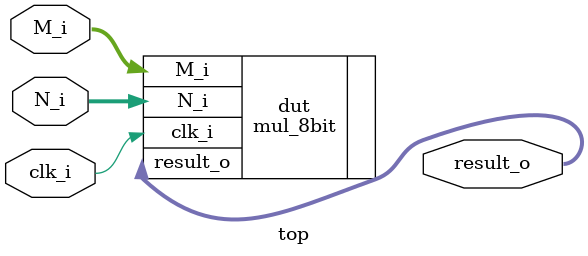
<source format=sv>
module top(
    //inputs
    input logic clk_i,
    input logic [4:0] M_i,
    input logic [4:0] N_i,
    //outputs
    output logic [7:0] result_o
);
    //code
    mul_8bit dut (
        .clk_i    (clk_i),
    	.M_i      (M_i),
    	.N_i      (N_i),
    	.result_o (result_o)
    );
endmodule : top

</source>
